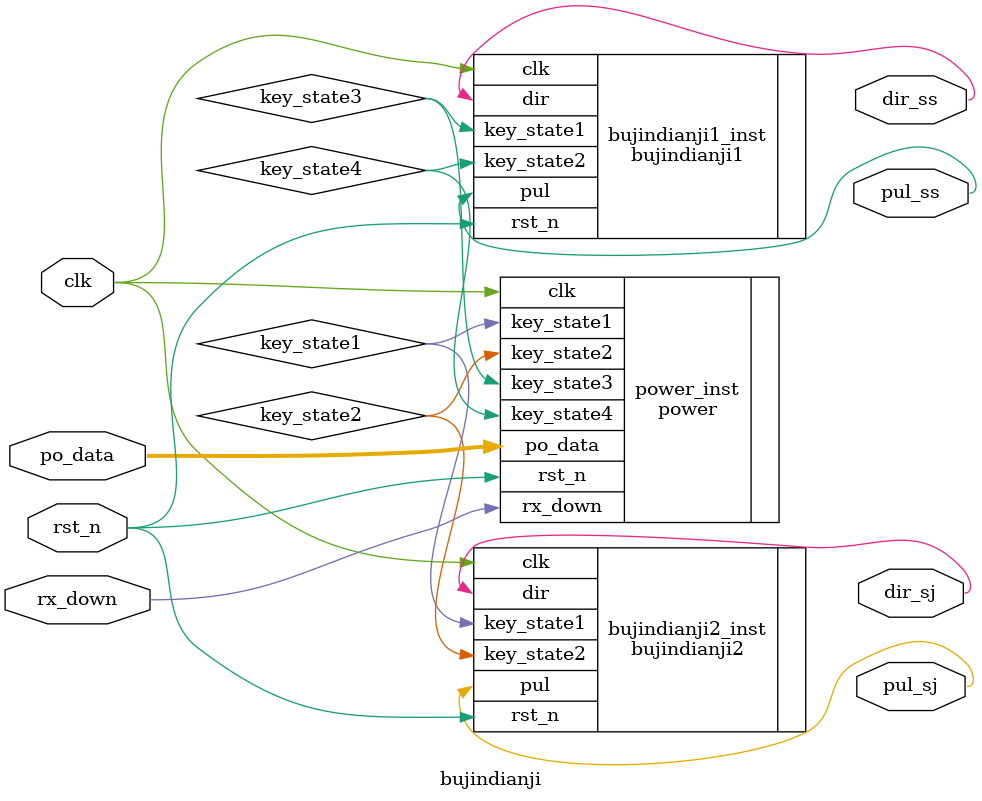
<source format=v>
module bujindianji( clk,
	rst_n,
	po_data,
	rx_down,
	pul_ss,
	dir_ss,
	pul_sj,
	dir_sj
	
    );

input clk;
input rst_n;
input [7:0]po_data;
input rx_down;
output  pul_ss;
output  dir_ss;
output  pul_sj;
output  dir_sj;


wire key_state1;
wire key_state2;
wire key_state3;
wire key_state4;

power  power_inst(
    .clk(clk),
	.rst_n(rst_n),
	.po_data(po_data),
	.rx_down(rx_down),
    .key_state1(key_state1),
    .key_state2(key_state2),
	.key_state3(key_state3),
	.key_state4(key_state4)
    );

bujindianji1  bujindianji1_inst(
    .clk(clk),
	.rst_n(rst_n),
	.key_state1(key_state3),    //ÉìËõ
	.key_state2(key_state4),
	.pul(pul_ss),
	.dir(dir_ss)
    );

	
bujindianji2  bujindianji2_inst(
    .clk(clk),
	.rst_n(rst_n),
	.key_state1(key_state1),
	.key_state2(key_state2),    //Éý½µ
	.pul(pul_sj),
	.dir(dir_sj)
    );

endmodule

</source>
